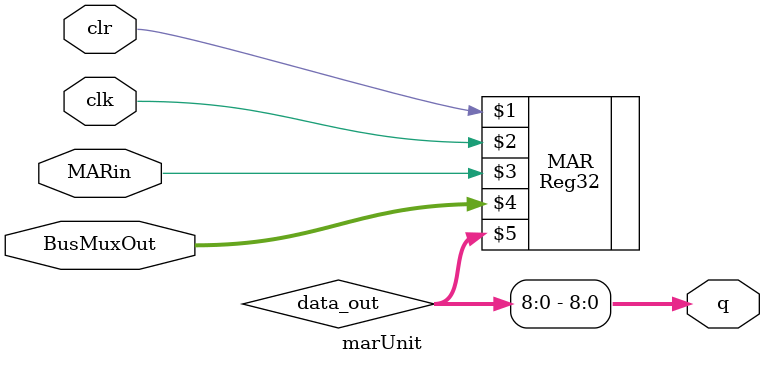
<source format=v>
`timescale 1ns / 1ps

module marUnit(
	input wire clr, clk, MARin,
	input wire [31:0] BusMuxOut,
	output [8:0] q
);
		
	wire [31:0] data_out;
	Reg32 MAR(clr, clk, MARin,BusMuxOut, data_out);
	
	assign q = data_out[8:0];
	
endmodule

</source>
